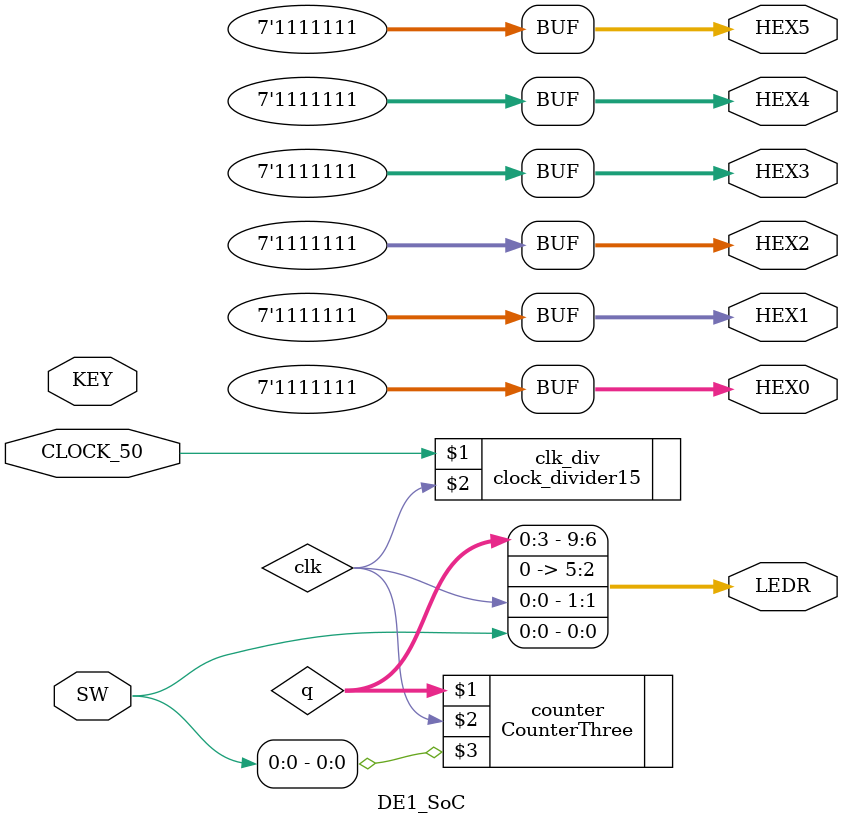
<source format=sv>

module DE1_SoC (HEX0, HEX1, HEX2, HEX3, HEX4, HEX5, KEY, LEDR, SW, CLOCK_50);
 output [6:0] HEX0, HEX1, HEX2, HEX3, HEX4, HEX5;
 output [9:0] LEDR;
 input [3:0] KEY;
 input [9:0] SW;
 input CLOCK_50; // 50MHz clock.

 // Default values, turns off the HEX displays
 assign HEX0 = 7'b1111111;
 assign HEX1 = 7'b1111111;
 assign HEX2 = 7'b1111111;
 assign HEX3 = 7'b1111111;
 assign HEX4 = 7'b1111111;
 assign HEX5 = 7'b1111111;

 wire clk;
 clock_divider15 clk_div (CLOCK_50, clk);
 
 wire [0:3] q;
 CounterThree counter(q, clk, SW[0]);
 
 assign LEDR = {q, 4'b0000, clk, SW[0]};
 
endmodule 

</source>
